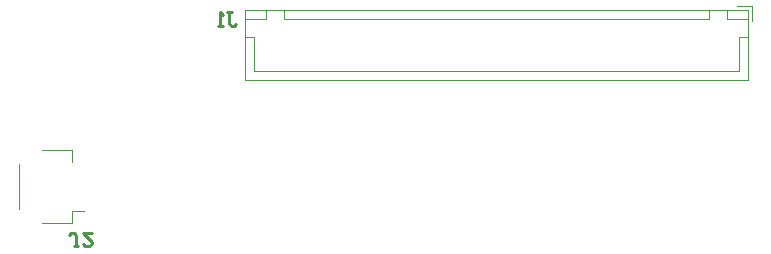
<source format=gbr>
%TF.GenerationSoftware,Altium Limited,Altium Designer,21.3.2 (30)*%
G04 Layer_Color=32896*
%FSLAX45Y45*%
%MOMM*%
%TF.SameCoordinates,29C89E41-5BB3-4AF8-996E-2FCDB6C4A0D1*%
%TF.FilePolarity,Positive*%
%TF.FileFunction,Legend,Bot*%
%TF.Part,Single*%
G01*
G75*
%TA.AperFunction,NonConductor*%
%ADD20C,0.12000*%
%ADD21C,0.25400*%
D20*
X581500Y1856000D02*
Y2244000D01*
X1028500Y2256000D02*
Y2361000D01*
X778500D02*
X1028500D01*
Y1844000D02*
X1127500D01*
X1028500Y1739000D02*
Y1844000D01*
X778500Y1739000D02*
X1028500D01*
X6785000Y3450000D02*
Y3575000D01*
X6660000D02*
X6785000D01*
X2570000Y3025000D02*
X4625000D01*
X2570000D02*
Y3320000D01*
X2495000D02*
X2570000D01*
X4625000Y3025000D02*
X6680000D01*
Y3320000D01*
X6755000D01*
X2495000Y3545000D02*
X2675000D01*
X2495000Y3470000D02*
Y3545000D01*
Y3470000D02*
X2675000D01*
Y3545000D01*
X6575000D02*
X6755000D01*
X6575000Y3470000D02*
Y3545000D01*
Y3470000D02*
X6755000D01*
Y3545000D01*
X2825000D02*
X6425000D01*
X2825000Y3470000D02*
Y3545000D01*
Y3470000D02*
X6425000D01*
Y3545000D01*
X2494000Y3546000D02*
X6756000D01*
X2494000Y2949000D02*
Y3546000D01*
Y2949000D02*
X6756000D01*
Y3546000D01*
D21*
X1080956Y1542868D02*
X1042869D01*
X1061912D01*
Y1638088D01*
X1042869Y1657132D01*
X1023825D01*
X1004781Y1638088D01*
X1195219Y1657132D02*
X1119044D01*
X1195219Y1580956D01*
Y1561912D01*
X1176175Y1542868D01*
X1138088D01*
X1119044Y1561912D01*
X2342680Y3525452D02*
X2380767D01*
X2361723D01*
Y3430232D01*
X2380767Y3411189D01*
X2399811D01*
X2418855Y3430232D01*
X2304592Y3411189D02*
X2266504D01*
X2285548D01*
Y3525452D01*
X2304592Y3506408D01*
%TF.MD5,e19d46ad9a7902753396dd224a704363*%
M02*

</source>
